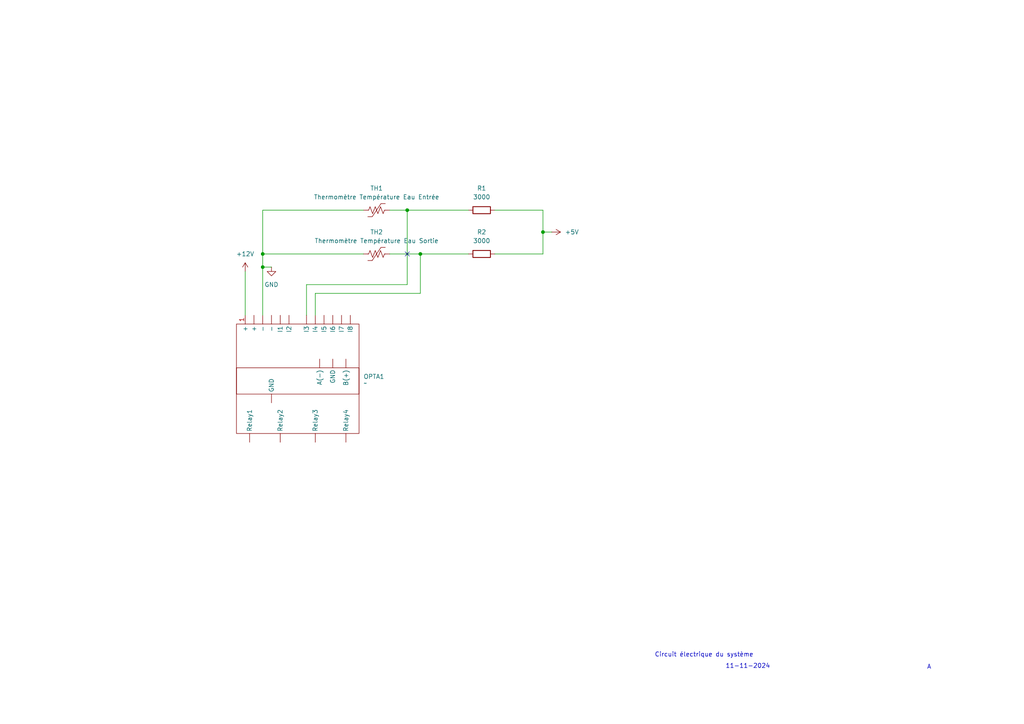
<source format=kicad_sch>
(kicad_sch
	(version 20231120)
	(generator "eeschema")
	(generator_version "8.0")
	(uuid "8a263fb8-80ae-4cd2-b552-81ef44ef40a1")
	(paper "A4")
	(lib_symbols
		(symbol "Device:R"
			(pin_numbers hide)
			(pin_names
				(offset 0)
			)
			(exclude_from_sim no)
			(in_bom yes)
			(on_board yes)
			(property "Reference" "R"
				(at 2.032 0 90)
				(effects
					(font
						(size 1.27 1.27)
					)
				)
			)
			(property "Value" "R"
				(at 0 0 90)
				(effects
					(font
						(size 1.27 1.27)
					)
				)
			)
			(property "Footprint" ""
				(at -1.778 0 90)
				(effects
					(font
						(size 1.27 1.27)
					)
					(hide yes)
				)
			)
			(property "Datasheet" "~"
				(at 0 0 0)
				(effects
					(font
						(size 1.27 1.27)
					)
					(hide yes)
				)
			)
			(property "Description" "Resistor"
				(at 0 0 0)
				(effects
					(font
						(size 1.27 1.27)
					)
					(hide yes)
				)
			)
			(property "ki_keywords" "R res resistor"
				(at 0 0 0)
				(effects
					(font
						(size 1.27 1.27)
					)
					(hide yes)
				)
			)
			(property "ki_fp_filters" "R_*"
				(at 0 0 0)
				(effects
					(font
						(size 1.27 1.27)
					)
					(hide yes)
				)
			)
			(symbol "R_0_1"
				(rectangle
					(start -1.016 -2.54)
					(end 1.016 2.54)
					(stroke
						(width 0.254)
						(type default)
					)
					(fill
						(type none)
					)
				)
			)
			(symbol "R_1_1"
				(pin passive line
					(at 0 3.81 270)
					(length 1.27)
					(name "~"
						(effects
							(font
								(size 1.27 1.27)
							)
						)
					)
					(number "1"
						(effects
							(font
								(size 1.27 1.27)
							)
						)
					)
				)
				(pin passive line
					(at 0 -3.81 90)
					(length 1.27)
					(name "~"
						(effects
							(font
								(size 1.27 1.27)
							)
						)
					)
					(number "2"
						(effects
							(font
								(size 1.27 1.27)
							)
						)
					)
				)
			)
		)
		(symbol "Device:Thermistor_US"
			(pin_numbers hide)
			(pin_names
				(offset 0)
			)
			(exclude_from_sim no)
			(in_bom yes)
			(on_board yes)
			(property "Reference" "TH"
				(at 2.54 1.27 90)
				(effects
					(font
						(size 1.27 1.27)
					)
				)
			)
			(property "Value" "Thermistor_US"
				(at -2.54 0 90)
				(effects
					(font
						(size 1.27 1.27)
					)
					(justify bottom)
				)
			)
			(property "Footprint" ""
				(at 0 0 0)
				(effects
					(font
						(size 1.27 1.27)
					)
					(hide yes)
				)
			)
			(property "Datasheet" "~"
				(at 0 0 0)
				(effects
					(font
						(size 1.27 1.27)
					)
					(hide yes)
				)
			)
			(property "Description" "Thermistor, temperature dependent resistor, US symbol"
				(at 0 0 0)
				(effects
					(font
						(size 1.27 1.27)
					)
					(hide yes)
				)
			)
			(property "ki_keywords" "R res thermistor"
				(at 0 0 0)
				(effects
					(font
						(size 1.27 1.27)
					)
					(hide yes)
				)
			)
			(property "ki_fp_filters" "R_*"
				(at 0 0 0)
				(effects
					(font
						(size 1.27 1.27)
					)
					(hide yes)
				)
			)
			(symbol "Thermistor_US_0_1"
				(polyline
					(pts
						(xy 0 -2.286) (xy 0 -2.54)
					)
					(stroke
						(width 0)
						(type default)
					)
					(fill
						(type none)
					)
				)
				(polyline
					(pts
						(xy 0 2.286) (xy 0 2.54)
					)
					(stroke
						(width 0)
						(type default)
					)
					(fill
						(type none)
					)
				)
				(polyline
					(pts
						(xy 1.905 -1.27) (xy 1.905 -2.54)
					)
					(stroke
						(width 0)
						(type default)
					)
					(fill
						(type none)
					)
				)
				(polyline
					(pts
						(xy -1.905 2.54) (xy -1.905 1.27) (xy 1.905 -1.27)
					)
					(stroke
						(width 0)
						(type default)
					)
					(fill
						(type none)
					)
				)
				(polyline
					(pts
						(xy 0 -0.762) (xy 1.016 -1.143) (xy 0 -1.524) (xy -1.016 -1.905) (xy 0 -2.286)
					)
					(stroke
						(width 0)
						(type default)
					)
					(fill
						(type none)
					)
				)
				(polyline
					(pts
						(xy 0 0.762) (xy 1.016 0.381) (xy 0 0) (xy -1.016 -0.381) (xy 0 -0.762)
					)
					(stroke
						(width 0)
						(type default)
					)
					(fill
						(type none)
					)
				)
				(polyline
					(pts
						(xy 0 2.286) (xy 1.016 1.905) (xy 0 1.524) (xy -1.016 1.143) (xy 0 0.762)
					)
					(stroke
						(width 0)
						(type default)
					)
					(fill
						(type none)
					)
				)
			)
			(symbol "Thermistor_US_1_1"
				(pin passive line
					(at 0 3.81 270)
					(length 1.27)
					(name "~"
						(effects
							(font
								(size 1.27 1.27)
							)
						)
					)
					(number "1"
						(effects
							(font
								(size 1.27 1.27)
							)
						)
					)
				)
				(pin passive line
					(at 0 -3.81 90)
					(length 1.27)
					(name "~"
						(effects
							(font
								(size 1.27 1.27)
							)
						)
					)
					(number "2"
						(effects
							(font
								(size 1.27 1.27)
							)
						)
					)
				)
			)
		)
		(symbol "Librairie_Composante_ProjetUNF:ArduinoOPTA"
			(exclude_from_sim no)
			(in_bom yes)
			(on_board yes)
			(property "Reference" "OPTA"
				(at -0.254 -18.288 0)
				(effects
					(font
						(size 1.27 1.27)
					)
				)
			)
			(property "Value" ""
				(at -5.08 0 0)
				(effects
					(font
						(size 1.27 1.27)
					)
				)
			)
			(property "Footprint" ""
				(at -5.08 0 0)
				(effects
					(font
						(size 1.27 1.27)
					)
					(hide yes)
				)
			)
			(property "Datasheet" ""
				(at -5.08 0 0)
				(effects
					(font
						(size 1.27 1.27)
					)
					(hide yes)
				)
			)
			(property "Description" ""
				(at -5.08 0 0)
				(effects
					(font
						(size 1.27 1.27)
					)
					(hide yes)
				)
			)
			(symbol "ArduinoOPTA_1_1"
				(rectangle
					(start -17.78 -15.24)
					(end 17.78 -22.86)
					(stroke
						(width 0)
						(type default)
					)
					(fill
						(type none)
					)
				)
				(rectangle
					(start -17.78 -2.54)
					(end 17.78 -34.29)
					(stroke
						(width 0)
						(type default)
					)
					(fill
						(type none)
					)
				)
				(pin bidirectional line
					(at -12.7 0 270)
					(length 2.54)
					(name "+"
						(effects
							(font
								(size 1.27 1.27)
							)
						)
					)
					(number ""
						(effects
							(font
								(size 1.27 1.27)
							)
						)
					)
				)
				(pin bidirectional line
					(at -10.16 0 270)
					(length 2.54)
					(name "-"
						(effects
							(font
								(size 1.27 1.27)
							)
						)
					)
					(number ""
						(effects
							(font
								(size 1.27 1.27)
							)
						)
					)
				)
				(pin bidirectional line
					(at -7.62 0 270)
					(length 2.54)
					(name "-"
						(effects
							(font
								(size 1.27 1.27)
							)
						)
					)
					(number ""
						(effects
							(font
								(size 1.27 1.27)
							)
						)
					)
				)
				(pin input line
					(at 6.35 -12.7 270)
					(length 2.54)
					(name "A(-)"
						(effects
							(font
								(size 1.27 1.27)
							)
						)
					)
					(number ""
						(effects
							(font
								(size 1.27 1.27)
							)
						)
					)
				)
				(pin input line
					(at 13.97 -12.7 270)
					(length 2.54)
					(name "B(+)"
						(effects
							(font
								(size 1.27 1.27)
							)
						)
					)
					(number ""
						(effects
							(font
								(size 1.27 1.27)
							)
						)
					)
				)
				(pin bidirectional line
					(at -7.62 -25.4 90)
					(length 2.54)
					(name "GND"
						(effects
							(font
								(size 1.27 1.27)
							)
						)
					)
					(number ""
						(effects
							(font
								(size 1.27 1.27)
							)
						)
					)
				)
				(pin input line
					(at 10.16 -12.7 270)
					(length 2.54)
					(name "GND"
						(effects
							(font
								(size 1.27 1.27)
							)
						)
					)
					(number ""
						(effects
							(font
								(size 1.27 1.27)
							)
						)
					)
				)
				(pin input line
					(at -5.08 0 270)
					(length 2.54)
					(name "I1"
						(effects
							(font
								(size 1.27 1.27)
							)
						)
					)
					(number ""
						(effects
							(font
								(size 1.27 1.27)
							)
						)
					)
				)
				(pin input line
					(at -2.54 0 270)
					(length 2.54)
					(name "I2"
						(effects
							(font
								(size 1.27 1.27)
							)
						)
					)
					(number ""
						(effects
							(font
								(size 1.27 1.27)
							)
						)
					)
				)
				(pin input line
					(at 2.54 0 270)
					(length 2.54)
					(name "I3"
						(effects
							(font
								(size 1.27 1.27)
							)
						)
					)
					(number ""
						(effects
							(font
								(size 1.27 1.27)
							)
						)
					)
				)
				(pin input line
					(at 5.08 0 270)
					(length 2.54)
					(name "I4"
						(effects
							(font
								(size 1.27 1.27)
							)
						)
					)
					(number ""
						(effects
							(font
								(size 1.27 1.27)
							)
						)
					)
				)
				(pin input line
					(at 7.62 0 270)
					(length 2.54)
					(name "I5"
						(effects
							(font
								(size 1.27 1.27)
							)
						)
					)
					(number ""
						(effects
							(font
								(size 1.27 1.27)
							)
						)
					)
				)
				(pin input line
					(at 10.16 0 270)
					(length 2.54)
					(name "I6"
						(effects
							(font
								(size 1.27 1.27)
							)
						)
					)
					(number ""
						(effects
							(font
								(size 1.27 1.27)
							)
						)
					)
				)
				(pin input line
					(at 12.7 0 270)
					(length 2.54)
					(name "I7"
						(effects
							(font
								(size 1.27 1.27)
							)
						)
					)
					(number ""
						(effects
							(font
								(size 1.27 1.27)
							)
						)
					)
				)
				(pin input line
					(at 15.24 0 270)
					(length 2.54)
					(name "I8"
						(effects
							(font
								(size 1.27 1.27)
							)
						)
					)
					(number ""
						(effects
							(font
								(size 1.27 1.27)
							)
						)
					)
				)
				(pin bidirectional line
					(at -13.97 -36.83 90)
					(length 2.54)
					(name "Relay1"
						(effects
							(font
								(size 1.27 1.27)
							)
						)
					)
					(number ""
						(effects
							(font
								(size 1.27 1.27)
							)
						)
					)
				)
				(pin bidirectional line
					(at -5.08 -36.83 90)
					(length 2.54)
					(name "Relay2"
						(effects
							(font
								(size 1.27 1.27)
							)
						)
					)
					(number ""
						(effects
							(font
								(size 1.27 1.27)
							)
						)
					)
				)
				(pin bidirectional line
					(at 5.08 -36.83 90)
					(length 2.54)
					(name "Relay3"
						(effects
							(font
								(size 1.27 1.27)
							)
						)
					)
					(number ""
						(effects
							(font
								(size 1.27 1.27)
							)
						)
					)
				)
				(pin bidirectional line
					(at 13.97 -36.83 90)
					(length 2.54)
					(name "Relay4"
						(effects
							(font
								(size 1.27 1.27)
							)
						)
					)
					(number ""
						(effects
							(font
								(size 1.27 1.27)
							)
						)
					)
				)
				(pin bidirectional line
					(at -15.24 0 270)
					(length 2.54)
					(name "+"
						(effects
							(font
								(size 1.27 1.27)
							)
						)
					)
					(number "1"
						(effects
							(font
								(size 1.27 1.27)
							)
						)
					)
				)
			)
		)
		(symbol "power:+12V"
			(power)
			(pin_numbers hide)
			(pin_names
				(offset 0) hide)
			(exclude_from_sim no)
			(in_bom yes)
			(on_board yes)
			(property "Reference" "#PWR"
				(at 0 -3.81 0)
				(effects
					(font
						(size 1.27 1.27)
					)
					(hide yes)
				)
			)
			(property "Value" "+12V"
				(at 0 3.556 0)
				(effects
					(font
						(size 1.27 1.27)
					)
				)
			)
			(property "Footprint" ""
				(at 0 0 0)
				(effects
					(font
						(size 1.27 1.27)
					)
					(hide yes)
				)
			)
			(property "Datasheet" ""
				(at 0 0 0)
				(effects
					(font
						(size 1.27 1.27)
					)
					(hide yes)
				)
			)
			(property "Description" "Power symbol creates a global label with name \"+12V\""
				(at 0 0 0)
				(effects
					(font
						(size 1.27 1.27)
					)
					(hide yes)
				)
			)
			(property "ki_keywords" "global power"
				(at 0 0 0)
				(effects
					(font
						(size 1.27 1.27)
					)
					(hide yes)
				)
			)
			(symbol "+12V_0_1"
				(polyline
					(pts
						(xy -0.762 1.27) (xy 0 2.54)
					)
					(stroke
						(width 0)
						(type default)
					)
					(fill
						(type none)
					)
				)
				(polyline
					(pts
						(xy 0 0) (xy 0 2.54)
					)
					(stroke
						(width 0)
						(type default)
					)
					(fill
						(type none)
					)
				)
				(polyline
					(pts
						(xy 0 2.54) (xy 0.762 1.27)
					)
					(stroke
						(width 0)
						(type default)
					)
					(fill
						(type none)
					)
				)
			)
			(symbol "+12V_1_1"
				(pin power_in line
					(at 0 0 90)
					(length 0)
					(name "~"
						(effects
							(font
								(size 1.27 1.27)
							)
						)
					)
					(number "1"
						(effects
							(font
								(size 1.27 1.27)
							)
						)
					)
				)
			)
		)
		(symbol "power:+5V"
			(power)
			(pin_numbers hide)
			(pin_names
				(offset 0) hide)
			(exclude_from_sim no)
			(in_bom yes)
			(on_board yes)
			(property "Reference" "#PWR"
				(at 0 -3.81 0)
				(effects
					(font
						(size 1.27 1.27)
					)
					(hide yes)
				)
			)
			(property "Value" "+5V"
				(at 0 3.556 0)
				(effects
					(font
						(size 1.27 1.27)
					)
				)
			)
			(property "Footprint" ""
				(at 0 0 0)
				(effects
					(font
						(size 1.27 1.27)
					)
					(hide yes)
				)
			)
			(property "Datasheet" ""
				(at 0 0 0)
				(effects
					(font
						(size 1.27 1.27)
					)
					(hide yes)
				)
			)
			(property "Description" "Power symbol creates a global label with name \"+5V\""
				(at 0 0 0)
				(effects
					(font
						(size 1.27 1.27)
					)
					(hide yes)
				)
			)
			(property "ki_keywords" "global power"
				(at 0 0 0)
				(effects
					(font
						(size 1.27 1.27)
					)
					(hide yes)
				)
			)
			(symbol "+5V_0_1"
				(polyline
					(pts
						(xy -0.762 1.27) (xy 0 2.54)
					)
					(stroke
						(width 0)
						(type default)
					)
					(fill
						(type none)
					)
				)
				(polyline
					(pts
						(xy 0 0) (xy 0 2.54)
					)
					(stroke
						(width 0)
						(type default)
					)
					(fill
						(type none)
					)
				)
				(polyline
					(pts
						(xy 0 2.54) (xy 0.762 1.27)
					)
					(stroke
						(width 0)
						(type default)
					)
					(fill
						(type none)
					)
				)
			)
			(symbol "+5V_1_1"
				(pin power_in line
					(at 0 0 90)
					(length 0)
					(name "~"
						(effects
							(font
								(size 1.27 1.27)
							)
						)
					)
					(number "1"
						(effects
							(font
								(size 1.27 1.27)
							)
						)
					)
				)
			)
		)
		(symbol "power:GND"
			(power)
			(pin_numbers hide)
			(pin_names
				(offset 0) hide)
			(exclude_from_sim no)
			(in_bom yes)
			(on_board yes)
			(property "Reference" "#PWR"
				(at 0 -6.35 0)
				(effects
					(font
						(size 1.27 1.27)
					)
					(hide yes)
				)
			)
			(property "Value" "GND"
				(at 0 -3.81 0)
				(effects
					(font
						(size 1.27 1.27)
					)
				)
			)
			(property "Footprint" ""
				(at 0 0 0)
				(effects
					(font
						(size 1.27 1.27)
					)
					(hide yes)
				)
			)
			(property "Datasheet" ""
				(at 0 0 0)
				(effects
					(font
						(size 1.27 1.27)
					)
					(hide yes)
				)
			)
			(property "Description" "Power symbol creates a global label with name \"GND\" , ground"
				(at 0 0 0)
				(effects
					(font
						(size 1.27 1.27)
					)
					(hide yes)
				)
			)
			(property "ki_keywords" "global power"
				(at 0 0 0)
				(effects
					(font
						(size 1.27 1.27)
					)
					(hide yes)
				)
			)
			(symbol "GND_0_1"
				(polyline
					(pts
						(xy 0 0) (xy 0 -1.27) (xy 1.27 -1.27) (xy 0 -2.54) (xy -1.27 -1.27) (xy 0 -1.27)
					)
					(stroke
						(width 0)
						(type default)
					)
					(fill
						(type none)
					)
				)
			)
			(symbol "GND_1_1"
				(pin power_in line
					(at 0 0 270)
					(length 0)
					(name "~"
						(effects
							(font
								(size 1.27 1.27)
							)
						)
					)
					(number "1"
						(effects
							(font
								(size 1.27 1.27)
							)
						)
					)
				)
			)
		)
	)
	(junction
		(at 121.92 73.66)
		(diameter 0)
		(color 0 0 0 0)
		(uuid "0e8832db-9677-459a-9094-3f14317da638")
	)
	(junction
		(at 76.2 73.66)
		(diameter 0)
		(color 0 0 0 0)
		(uuid "5db6d4bd-b710-41d1-900d-5c7441222e06")
	)
	(junction
		(at 118.11 60.96)
		(diameter 0)
		(color 0 0 0 0)
		(uuid "7b11c1a4-6625-47cf-9522-48f16bc6f4f8")
	)
	(junction
		(at 157.48 67.31)
		(diameter 0)
		(color 0 0 0 0)
		(uuid "9a9d24e2-c1ee-46da-99b5-ec5618338a40")
	)
	(junction
		(at 76.2 77.47)
		(diameter 0)
		(color 0 0 0 0)
		(uuid "f6c09c07-33f9-4ec2-a4d6-9f142efcfd67")
	)
	(no_connect
		(at 118.11 73.66)
		(uuid "04df1c6a-e7de-41e9-88ce-36d88de9a4a0")
	)
	(wire
		(pts
			(xy 105.41 60.96) (xy 76.2 60.96)
		)
		(stroke
			(width 0)
			(type default)
		)
		(uuid "01f17440-5bab-4eda-85d8-c8849a044f52")
	)
	(wire
		(pts
			(xy 118.11 60.96) (xy 135.89 60.96)
		)
		(stroke
			(width 0)
			(type default)
		)
		(uuid "0de0a543-3e4e-4ba5-9d72-e86e36152283")
	)
	(wire
		(pts
			(xy 157.48 67.31) (xy 157.48 60.96)
		)
		(stroke
			(width 0)
			(type default)
		)
		(uuid "118d5215-4501-4018-a6ec-6cf2d0e674eb")
	)
	(wire
		(pts
			(xy 160.02 67.31) (xy 157.48 67.31)
		)
		(stroke
			(width 0)
			(type default)
		)
		(uuid "2fd41508-221f-45ff-bafa-331ab39db909")
	)
	(wire
		(pts
			(xy 121.92 85.09) (xy 91.44 85.09)
		)
		(stroke
			(width 0)
			(type default)
		)
		(uuid "49ba5d17-f218-41f4-abac-e853238e4473")
	)
	(wire
		(pts
			(xy 118.11 60.96) (xy 118.11 82.55)
		)
		(stroke
			(width 0)
			(type default)
		)
		(uuid "55ed3fab-b624-4264-93a7-405fc4bf8417")
	)
	(wire
		(pts
			(xy 118.11 82.55) (xy 88.9 82.55)
		)
		(stroke
			(width 0)
			(type default)
		)
		(uuid "5e55582b-f569-43cf-86fe-b2db8e2a216b")
	)
	(wire
		(pts
			(xy 88.9 82.55) (xy 88.9 91.44)
		)
		(stroke
			(width 0)
			(type default)
		)
		(uuid "6b3435b5-ab32-4db6-881d-44087c4352e9")
	)
	(wire
		(pts
			(xy 113.03 60.96) (xy 118.11 60.96)
		)
		(stroke
			(width 0)
			(type default)
		)
		(uuid "70f2daa7-6c4f-4f82-8ee7-e385e04de4bc")
	)
	(wire
		(pts
			(xy 121.92 73.66) (xy 135.89 73.66)
		)
		(stroke
			(width 0)
			(type default)
		)
		(uuid "7249cfa5-8b2a-4838-a926-f0e62ca50d61")
	)
	(wire
		(pts
			(xy 157.48 73.66) (xy 143.51 73.66)
		)
		(stroke
			(width 0)
			(type default)
		)
		(uuid "7c6dfe18-098c-423c-9f04-a39e796af1a9")
	)
	(wire
		(pts
			(xy 105.41 73.66) (xy 76.2 73.66)
		)
		(stroke
			(width 0)
			(type default)
		)
		(uuid "93e6753b-f4c2-49a4-a3f3-474d2a8d1c35")
	)
	(wire
		(pts
			(xy 76.2 77.47) (xy 78.74 77.47)
		)
		(stroke
			(width 0)
			(type default)
		)
		(uuid "9be3bca6-8b25-44e3-af16-8fcfba530023")
	)
	(wire
		(pts
			(xy 113.03 73.66) (xy 121.92 73.66)
		)
		(stroke
			(width 0)
			(type default)
		)
		(uuid "a9a6b18a-0326-496c-9d97-47bdc533d12c")
	)
	(wire
		(pts
			(xy 76.2 60.96) (xy 76.2 73.66)
		)
		(stroke
			(width 0)
			(type default)
		)
		(uuid "b2f52548-7437-4ceb-899b-4fe1911011c6")
	)
	(wire
		(pts
			(xy 91.44 85.09) (xy 91.44 91.44)
		)
		(stroke
			(width 0)
			(type default)
		)
		(uuid "bef0d923-5162-4204-afdf-8e9202389d81")
	)
	(wire
		(pts
			(xy 157.48 67.31) (xy 157.48 73.66)
		)
		(stroke
			(width 0)
			(type default)
		)
		(uuid "c4c84b7c-90c7-4ece-afeb-e3ba259df384")
	)
	(wire
		(pts
			(xy 76.2 91.44) (xy 76.2 77.47)
		)
		(stroke
			(width 0)
			(type default)
		)
		(uuid "d24ce50e-2860-4468-97af-8c4a09809a8e")
	)
	(wire
		(pts
			(xy 71.12 78.74) (xy 71.12 91.44)
		)
		(stroke
			(width 0)
			(type default)
		)
		(uuid "d2556fc1-2eb0-4529-9b5e-52c442daa065")
	)
	(wire
		(pts
			(xy 76.2 73.66) (xy 76.2 77.47)
		)
		(stroke
			(width 0)
			(type default)
		)
		(uuid "d88b446a-35e8-426c-a9e9-69f474801418")
	)
	(wire
		(pts
			(xy 121.92 73.66) (xy 121.92 85.09)
		)
		(stroke
			(width 0)
			(type default)
		)
		(uuid "dcc511ab-063b-4a0b-a66a-377343f7d6de")
	)
	(wire
		(pts
			(xy 143.51 60.96) (xy 157.48 60.96)
		)
		(stroke
			(width 0)
			(type default)
		)
		(uuid "efefd8ec-9482-423f-9420-cf194f24831f")
	)
	(text "Circuit électrique du système\n"
		(exclude_from_sim no)
		(at 204.216 189.992 0)
		(effects
			(font
				(size 1.27 1.27)
			)
		)
		(uuid "02bcdc7e-1c65-44c2-91c0-53b28c8ed3d9")
	)
	(text "11-11-2024\n"
		(exclude_from_sim no)
		(at 216.916 193.294 0)
		(effects
			(font
				(size 1.27 1.27)
			)
		)
		(uuid "545440a5-c6c3-46ca-a792-d21b7c476370")
	)
	(text "A"
		(exclude_from_sim no)
		(at 269.494 193.548 0)
		(effects
			(font
				(size 1.27 1.27)
			)
		)
		(uuid "f07b31bd-4d7b-4239-8692-864134d7f5d6")
	)
	(symbol
		(lib_id "Librairie_Composante_ProjetUNF:ArduinoOPTA")
		(at 86.36 91.44 0)
		(unit 1)
		(exclude_from_sim no)
		(in_bom yes)
		(on_board yes)
		(dnp no)
		(fields_autoplaced yes)
		(uuid "08f6dd39-3ba2-4b4e-a357-07b1a4240fd7")
		(property "Reference" "OPTA1"
			(at 105.41 109.2199 0)
			(effects
				(font
					(size 1.27 1.27)
				)
				(justify left)
			)
		)
		(property "Value" "~"
			(at 105.41 111.125 0)
			(effects
				(font
					(size 1.27 1.27)
				)
				(justify left)
			)
		)
		(property "Footprint" ""
			(at 81.28 91.44 0)
			(effects
				(font
					(size 1.27 1.27)
				)
				(hide yes)
			)
		)
		(property "Datasheet" ""
			(at 81.28 91.44 0)
			(effects
				(font
					(size 1.27 1.27)
				)
				(hide yes)
			)
		)
		(property "Description" ""
			(at 81.28 91.44 0)
			(effects
				(font
					(size 1.27 1.27)
				)
				(hide yes)
			)
		)
		(pin ""
			(uuid "9b0179d9-a2e2-4f79-ba3f-34e5e67ae92b")
		)
		(pin ""
			(uuid "0566183a-cd8d-4dbb-b36f-28b7c5599c24")
		)
		(pin ""
			(uuid "8d3fa8aa-b443-42ba-bc87-1740d81f3b82")
		)
		(pin ""
			(uuid "392fc752-9016-40c0-abf3-7db0325cfc30")
		)
		(pin ""
			(uuid "10314ff4-926b-4b10-980e-0619e4808339")
		)
		(pin "1"
			(uuid "325b7808-caf3-41f0-91a5-c46ebdaa177d")
		)
		(pin ""
			(uuid "0dbb47d5-0392-4778-8298-d8db7a1645d7")
		)
		(pin ""
			(uuid "4cfee411-16dc-4904-8382-9d35972f54e1")
		)
		(pin ""
			(uuid "83ea3fc5-825f-4383-81d7-421d05487ba4")
		)
		(pin ""
			(uuid "3896a6f5-de7f-4d5f-9961-c2ebdb2090eb")
		)
		(pin ""
			(uuid "158eaefb-8ec4-4e31-9413-330756dc72ed")
		)
		(pin ""
			(uuid "127722f8-729f-4258-895c-4e797840432e")
		)
		(pin ""
			(uuid "c9156d57-2922-4891-b349-3dc1dfda2d30")
		)
		(pin ""
			(uuid "8e13e471-5b60-4de3-b778-9087d0ba5797")
		)
		(pin ""
			(uuid "c9b7e9eb-8726-4e73-bce6-9766e1f51e51")
		)
		(pin ""
			(uuid "3986debc-c2fd-4296-8bd1-43520ae713da")
		)
		(pin ""
			(uuid "c12fc635-2c8f-4d86-ae5c-20aaa659c3e7")
		)
		(pin ""
			(uuid "3e59131b-28fc-4789-91ea-329853cea054")
		)
		(pin ""
			(uuid "acff76fb-0534-4823-baaa-a06977ba1af9")
		)
		(pin ""
			(uuid "54b20cb6-800d-4ec9-a0ca-5a83d8e6d437")
		)
		(instances
			(project ""
				(path "/8a263fb8-80ae-4cd2-b552-81ef44ef40a1"
					(reference "OPTA1")
					(unit 1)
				)
			)
		)
	)
	(symbol
		(lib_id "Device:Thermistor_US")
		(at 109.22 73.66 270)
		(unit 1)
		(exclude_from_sim no)
		(in_bom yes)
		(on_board yes)
		(dnp no)
		(fields_autoplaced yes)
		(uuid "45600d3a-7df5-4c28-8834-d57af2487aea")
		(property "Reference" "TH2"
			(at 109.22 67.31 90)
			(effects
				(font
					(size 1.27 1.27)
				)
			)
		)
		(property "Value" "Thermomètre Température Eau Sortie"
			(at 109.22 69.85 90)
			(effects
				(font
					(size 1.27 1.27)
				)
			)
		)
		(property "Footprint" ""
			(at 109.22 73.66 0)
			(effects
				(font
					(size 1.27 1.27)
				)
				(hide yes)
			)
		)
		(property "Datasheet" "~"
			(at 109.22 73.66 0)
			(effects
				(font
					(size 1.27 1.27)
				)
				(hide yes)
			)
		)
		(property "Description" "Thermistor, temperature dependent resistor, US symbol"
			(at 109.22 73.66 0)
			(effects
				(font
					(size 1.27 1.27)
				)
				(hide yes)
			)
		)
		(pin "2"
			(uuid "c84d5469-96e3-4d02-906c-5723c756facb")
		)
		(pin "1"
			(uuid "39941d05-bf41-4433-964a-77ab0c2b5f88")
		)
		(instances
			(project "ProjetUNF"
				(path "/8a263fb8-80ae-4cd2-b552-81ef44ef40a1"
					(reference "TH2")
					(unit 1)
				)
			)
		)
	)
	(symbol
		(lib_id "power:GND")
		(at 78.74 77.47 0)
		(unit 1)
		(exclude_from_sim no)
		(in_bom yes)
		(on_board yes)
		(dnp no)
		(fields_autoplaced yes)
		(uuid "5ac20a25-7cce-4724-8853-754765f69692")
		(property "Reference" "#PWR02"
			(at 78.74 83.82 0)
			(effects
				(font
					(size 1.27 1.27)
				)
				(hide yes)
			)
		)
		(property "Value" "GND"
			(at 78.74 82.55 0)
			(effects
				(font
					(size 1.27 1.27)
				)
			)
		)
		(property "Footprint" ""
			(at 78.74 77.47 0)
			(effects
				(font
					(size 1.27 1.27)
				)
				(hide yes)
			)
		)
		(property "Datasheet" ""
			(at 78.74 77.47 0)
			(effects
				(font
					(size 1.27 1.27)
				)
				(hide yes)
			)
		)
		(property "Description" "Power symbol creates a global label with name \"GND\" , ground"
			(at 78.74 77.47 0)
			(effects
				(font
					(size 1.27 1.27)
				)
				(hide yes)
			)
		)
		(pin "1"
			(uuid "d2bfc918-1fdb-4ae3-bc01-18b1034dd76b")
		)
		(instances
			(project ""
				(path "/8a263fb8-80ae-4cd2-b552-81ef44ef40a1"
					(reference "#PWR02")
					(unit 1)
				)
			)
		)
	)
	(symbol
		(lib_id "Device:Thermistor_US")
		(at 109.22 60.96 270)
		(unit 1)
		(exclude_from_sim no)
		(in_bom yes)
		(on_board yes)
		(dnp no)
		(fields_autoplaced yes)
		(uuid "746a3926-e45b-4e8f-8a6e-4b13e738f1a5")
		(property "Reference" "TH1"
			(at 109.22 54.61 90)
			(effects
				(font
					(size 1.27 1.27)
				)
			)
		)
		(property "Value" "Thermomètre Température Eau Entrée"
			(at 109.22 57.15 90)
			(effects
				(font
					(size 1.27 1.27)
				)
			)
		)
		(property "Footprint" ""
			(at 109.22 60.96 0)
			(effects
				(font
					(size 1.27 1.27)
				)
				(hide yes)
			)
		)
		(property "Datasheet" "~"
			(at 109.22 60.96 0)
			(effects
				(font
					(size 1.27 1.27)
				)
				(hide yes)
			)
		)
		(property "Description" "Thermistor, temperature dependent resistor, US symbol"
			(at 109.22 60.96 0)
			(effects
				(font
					(size 1.27 1.27)
				)
				(hide yes)
			)
		)
		(pin "2"
			(uuid "8d209853-d015-4917-a2e3-d9a1a4c03f82")
		)
		(pin "1"
			(uuid "bad05979-95c2-47e4-a536-dd01707fb429")
		)
		(instances
			(project "ProjetUNF"
				(path "/8a263fb8-80ae-4cd2-b552-81ef44ef40a1"
					(reference "TH1")
					(unit 1)
				)
			)
		)
	)
	(symbol
		(lib_id "Device:R")
		(at 139.7 73.66 90)
		(unit 1)
		(exclude_from_sim no)
		(in_bom yes)
		(on_board yes)
		(dnp no)
		(fields_autoplaced yes)
		(uuid "a27c558d-16f7-450c-b024-19b0b4097380")
		(property "Reference" "R2"
			(at 139.7 67.31 90)
			(effects
				(font
					(size 1.27 1.27)
				)
			)
		)
		(property "Value" "3000"
			(at 139.7 69.85 90)
			(effects
				(font
					(size 1.27 1.27)
				)
			)
		)
		(property "Footprint" ""
			(at 139.7 75.438 90)
			(effects
				(font
					(size 1.27 1.27)
				)
				(hide yes)
			)
		)
		(property "Datasheet" "~"
			(at 139.7 73.66 0)
			(effects
				(font
					(size 1.27 1.27)
				)
				(hide yes)
			)
		)
		(property "Description" "Resistor"
			(at 139.7 73.66 0)
			(effects
				(font
					(size 1.27 1.27)
				)
				(hide yes)
			)
		)
		(pin "1"
			(uuid "8387612d-ec47-4f01-8fc0-37c30a3a34d1")
		)
		(pin "2"
			(uuid "cfa958f3-0c12-41e0-be47-f9d6fcf85be3")
		)
		(instances
			(project "ProjetUNF"
				(path "/8a263fb8-80ae-4cd2-b552-81ef44ef40a1"
					(reference "R2")
					(unit 1)
				)
			)
		)
	)
	(symbol
		(lib_id "power:+12V")
		(at 71.12 78.74 0)
		(unit 1)
		(exclude_from_sim no)
		(in_bom yes)
		(on_board yes)
		(dnp no)
		(fields_autoplaced yes)
		(uuid "c0a8ea9b-ffa8-4d34-be1f-acecf4ff4a41")
		(property "Reference" "#PWR01"
			(at 71.12 82.55 0)
			(effects
				(font
					(size 1.27 1.27)
				)
				(hide yes)
			)
		)
		(property "Value" "+12V"
			(at 71.12 73.66 0)
			(effects
				(font
					(size 1.27 1.27)
				)
			)
		)
		(property "Footprint" ""
			(at 71.12 78.74 0)
			(effects
				(font
					(size 1.27 1.27)
				)
				(hide yes)
			)
		)
		(property "Datasheet" ""
			(at 71.12 78.74 0)
			(effects
				(font
					(size 1.27 1.27)
				)
				(hide yes)
			)
		)
		(property "Description" "Power symbol creates a global label with name \"+12V\""
			(at 71.12 78.74 0)
			(effects
				(font
					(size 1.27 1.27)
				)
				(hide yes)
			)
		)
		(pin "1"
			(uuid "5700a6ce-4237-4ca6-9bce-753f0fd5fa4e")
		)
		(instances
			(project ""
				(path "/8a263fb8-80ae-4cd2-b552-81ef44ef40a1"
					(reference "#PWR01")
					(unit 1)
				)
			)
		)
	)
	(symbol
		(lib_id "Device:R")
		(at 139.7 60.96 90)
		(unit 1)
		(exclude_from_sim no)
		(in_bom yes)
		(on_board yes)
		(dnp no)
		(fields_autoplaced yes)
		(uuid "c491e8f2-ba05-49aa-a425-c336f66255f0")
		(property "Reference" "R1"
			(at 139.7 54.61 90)
			(effects
				(font
					(size 1.27 1.27)
				)
			)
		)
		(property "Value" "3000"
			(at 139.7 57.15 90)
			(effects
				(font
					(size 1.27 1.27)
				)
			)
		)
		(property "Footprint" ""
			(at 139.7 62.738 90)
			(effects
				(font
					(size 1.27 1.27)
				)
				(hide yes)
			)
		)
		(property "Datasheet" "~"
			(at 139.7 60.96 0)
			(effects
				(font
					(size 1.27 1.27)
				)
				(hide yes)
			)
		)
		(property "Description" "Resistor"
			(at 139.7 60.96 0)
			(effects
				(font
					(size 1.27 1.27)
				)
				(hide yes)
			)
		)
		(pin "1"
			(uuid "9e0fe0d6-9db1-4b84-a456-a50445dfeb72")
		)
		(pin "2"
			(uuid "32643115-b050-4512-b0e2-31ed5cc14164")
		)
		(instances
			(project ""
				(path "/8a263fb8-80ae-4cd2-b552-81ef44ef40a1"
					(reference "R1")
					(unit 1)
				)
			)
		)
	)
	(symbol
		(lib_id "power:+5V")
		(at 160.02 67.31 270)
		(unit 1)
		(exclude_from_sim no)
		(in_bom yes)
		(on_board yes)
		(dnp no)
		(fields_autoplaced yes)
		(uuid "cdd95a5e-c85f-49d0-a2c5-e6d23f9f9f20")
		(property "Reference" "#PWR03"
			(at 156.21 67.31 0)
			(effects
				(font
					(size 1.27 1.27)
				)
				(hide yes)
			)
		)
		(property "Value" "+5V"
			(at 163.83 67.3099 90)
			(effects
				(font
					(size 1.27 1.27)
				)
				(justify left)
			)
		)
		(property "Footprint" ""
			(at 160.02 67.31 0)
			(effects
				(font
					(size 1.27 1.27)
				)
				(hide yes)
			)
		)
		(property "Datasheet" ""
			(at 160.02 67.31 0)
			(effects
				(font
					(size 1.27 1.27)
				)
				(hide yes)
			)
		)
		(property "Description" "Power symbol creates a global label with name \"+5V\""
			(at 160.02 67.31 0)
			(effects
				(font
					(size 1.27 1.27)
				)
				(hide yes)
			)
		)
		(pin "1"
			(uuid "267b539f-957b-495b-991f-2de39d329716")
		)
		(instances
			(project ""
				(path "/8a263fb8-80ae-4cd2-b552-81ef44ef40a1"
					(reference "#PWR03")
					(unit 1)
				)
			)
		)
	)
	(sheet_instances
		(path "/"
			(page "1")
		)
	)
)

</source>
